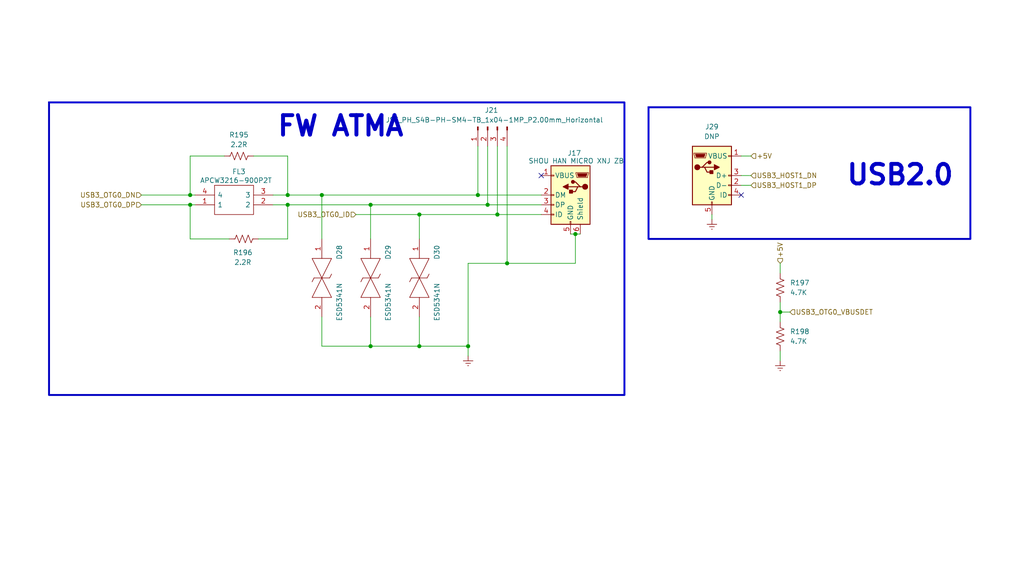
<source format=kicad_sch>
(kicad_sch (version 20231120) (generator "eeschema") (generator_version "8.0")
  (paper "User" 266.7 152.4)
  (lib_symbols
    (symbol "Connector:Conn_01x04_Pin" (pin_names (offset 1.016) hide)
      (property "Reference" "J" (at 0 5.08 0))
      (property "Value" "Conn_01x04_Pin" (at 0 -7.62 0))
      (symbol "Conn_01x04_Pin_1_1"
        (polyline (pts (xy 1.27 -5.08) (xy 0.8636 -5.08)) (stroke (width 0.1524)))
        (polyline (pts (xy 1.27 -2.54) (xy 0.8636 -2.54)) (stroke (width 0.1524)))
        (polyline (pts (xy 1.27 0) (xy 0.8636 0)) (stroke (width 0.1524)))
        (polyline (pts (xy 1.27 2.54) (xy 0.8636 2.54)) (stroke (width 0.1524)))
        (rectangle (start 0.8636 -4.953) (end 0 -5.207) (stroke (width 0.1524)) (fill (type outline)))
        (rectangle (start 0.8636 -2.413) (end 0 -2.667) (stroke (width 0.1524)) (fill (type outline)))
        (rectangle (start 0.8636 0.127) (end 0 -0.127) (stroke (width 0.1524)) (fill (type outline)))
        (rectangle (start 0.8636 2.667) (end 0 2.413) (stroke (width 0.1524)) (fill (type outline)))
        (pin passive line (at 5.08 2.54 180) (length 3.81) (name "Pin_1") (number "1"))
        (pin passive line (at 5.08 0 180) (length 3.81) (name "Pin_2") (number "2"))
        (pin passive line (at 5.08 -2.54 180) (length 3.81) (name "Pin_3") (number "3"))
        (pin passive line (at 5.08 -5.08 180) (length 3.81) (name "Pin_4") (number "4"))
      )
    )
    (symbol "Connector:USB_B_Mini" (pin_names (offset 1.016))
      (property "Reference" "J29" (at 0 12.7 0))
      (property "Value" "USB_B_Mini" (at 0 10.16 0))
      (symbol "USB_B_Mini_0_1"
        (rectangle (start -5.08 -7.62) (end 5.08 7.62) (stroke (width 0.254)) (fill (type background)))
        (circle (center -3.81 2.159) (radius 0.635) (stroke (width 0.254)) (fill (type outline)))
        (circle (center -0.635 3.429) (radius 0.381) (stroke (width 0.254)) (fill (type outline)))
        (rectangle (start -0.127 -7.62) (end 0.127 -6.858))
        (polyline (pts (xy -1.905 2.159) (xy 0.635 2.159)) (stroke (width 0.254)))
        (polyline (pts (xy -3.175 2.159) (xy -2.54 2.159) (xy -1.27 3.429) (xy -0.635 3.429)) (stroke (width 0.254)))
        (polyline (pts (xy -2.54 2.159) (xy -1.905 2.159) (xy -1.27 0.889) (xy 0 0.889)) (stroke (width 0.254)))
        (polyline (pts (xy 0.635 2.794) (xy 0.635 1.524) (xy 1.905 2.159) (xy 0.635 2.794)) (stroke (width 0.254)) (fill (type outline)))
        (polyline (pts (xy -4.318 5.588) (xy -1.778 5.588) (xy -2.032 4.826) (xy -4.064 4.826) (xy -4.318 5.588)) (fill (type outline)))
        (polyline (pts (xy -4.699 5.842) (xy -4.699 5.588) (xy -4.445 4.826) (xy -4.445 4.572) (xy -1.651 4.572) (xy -1.651 4.826) (xy -1.397 5.588) (xy -1.397 5.842) (xy -4.699 5.842)))
        (rectangle (start 0.254 1.27) (end -0.508 0.508) (stroke (width 0.254)) (fill (type outline)))
        (rectangle (start 5.08 -5.207) (end 4.318 -4.953))
        (rectangle (start 5.08 -2.667) (end 4.318 -2.413))
        (rectangle (start 5.08 -0.127) (end 4.318 0.127))
        (rectangle (start 5.08 4.953) (end 4.318 5.207))
      )
      (symbol "USB_B_Mini_1_1"
        (pin power_out line (at 7.62 5.08 180) (length 2.54) (name "VBUS") (number "1"))
        (pin bidirectional line (at 7.62 -2.54 180) (length 2.54) (name "D-") (number "2"))
        (pin bidirectional line (at 7.62 0 180) (length 2.54) (name "D+") (number "3"))
        (pin passive line (at 7.62 -5.08 180) (length 2.54) (name "ID") (number "4"))
        (pin power_out line (at 0 -10.16 90) (length 2.54) (name "GND") (number "5"))
      )
    )
    (symbol "Connector:USB_OTG" (pin_names (offset 1.016))
      (property "Reference" "J14" (at -2.794 10.922 0))
      (property "Value" "SHOU HAN MICRO XNJ ZB" (at -13.97 8.89 0))
      (symbol "USB_OTG_0_1"
        (rectangle (start -5.08 7.62) (end 5.08 -7.62) (stroke (width 0.254)) (fill (type background)))
        (circle (center -3.81 2.159) (radius 0.635) (stroke (width 0.254)) (fill (type outline)))
        (circle (center -0.635 3.429) (radius 0.381) (stroke (width 0.254)) (fill (type outline)))
        (rectangle (start -0.127 -7.62) (end 0.127 -6.858))
        (polyline (pts (xy -1.905 2.159) (xy 0.635 2.159)) (stroke (width 0.254)))
        (polyline (pts (xy -3.175 2.159) (xy -2.54 2.159) (xy -1.27 3.429) (xy -0.635 3.429)) (stroke (width 0.254)))
        (polyline (pts (xy -2.54 2.159) (xy -1.905 2.159) (xy -1.27 0.889) (xy 0 0.889)) (stroke (width 0.254)))
        (polyline (pts (xy 0.635 2.794) (xy 0.635 1.524) (xy 1.905 2.159) (xy 0.635 2.794)) (stroke (width 0.254)) (fill (type outline)))
        (polyline (pts (xy -4.318 5.588) (xy -1.778 5.588) (xy -2.032 4.826) (xy -4.064 4.826) (xy -4.318 5.588)) (fill (type outline)))
        (polyline (pts (xy -4.699 5.842) (xy -4.699 5.588) (xy -4.445 4.826) (xy -4.445 4.572) (xy -1.651 4.572) (xy -1.651 4.826) (xy -1.397 5.588) (xy -1.397 5.842) (xy -4.699 5.842)))
        (rectangle (start 0.254 1.27) (end -0.508 0.508) (stroke (width 0.254)) (fill (type outline)))
        (rectangle (start 5.08 -5.207) (end 4.318 -4.953))
        (rectangle (start 5.08 -2.667) (end 4.318 -2.413))
        (rectangle (start 5.08 -0.127) (end 4.318 0.127))
        (rectangle (start 5.08 4.953) (end 4.318 5.207))
      )
      (symbol "USB_OTG_1_1"
        (pin passive line (at 7.62 5.08 180) (length 2.54) (name "VBUS") (number "1"))
        (pin bidirectional line (at 7.62 0 180) (length 2.54) (name "DM") (number "2"))
        (pin bidirectional line (at 7.62 -2.54 180) (length 2.54) (name "DP") (number "3"))
        (pin passive line (at 7.62 -5.08 180) (length 2.54) (name "ID") (number "4"))
        (pin passive line (at 0 -10.16 90) (length 2.54) (name "GND") (number "5"))
        (pin passive line (at -2.54 -10.16 90) (length 2.54) (name "Shield") (number "6"))
      )
    )
    (symbol "DLW31SN900SQ2L:DLW31SN900SQ2L" (pin_names (offset 0.762))
      (property "Reference" "FL" (at 16.51 7.62 0))
      (property "Value" "DLW31SN900SQ2L" (at 16.51 5.08 0))
      (symbol "DLW31SN900SQ2L_0_0"
        (pin passive line (at 0 -2.54 0) (length 5.08) (name "1") (number "1"))
        (pin passive line (at 20.32 -2.54 180) (length 5.08) (name "2") (number "2"))
        (pin passive line (at 20.32 0 180) (length 5.08) (name "3") (number "3"))
        (pin passive line (at 0 0 0) (length 5.08) (name "4") (number "4"))
      )
      (symbol "DLW31SN900SQ2L_0_1"
        (polyline (pts (xy 5.08 2.54) (xy 15.24 2.54) (xy 15.24 -5.08) (xy 5.08 -5.08) (xy 5.08 2.54)) (stroke (width 0.1524)))
      )
    )
    (symbol "Device:R_US" (pin_numbers hide) (pin_names (offset 0))
      (property "Reference" "R" (at 2.54 0 90))
      (property "Value" "R_US" (at -2.54 0 90))
      (symbol "R_US_0_1"
        (polyline (pts (xy 0 -2.286) (xy 0 -2.54)))
        (polyline (pts (xy 0 2.286) (xy 0 2.54)))
        (polyline (pts (xy 0 -0.762) (xy 1.016 -1.143) (xy 0 -1.524) (xy -1.016 -1.905) (xy 0 -2.286)))
        (polyline (pts (xy 0 0.762) (xy 1.016 0.381) (xy 0 0) (xy -1.016 -0.381) (xy 0 -0.762)))
        (polyline (pts (xy 0 2.286) (xy 1.016 1.905) (xy 0 1.524) (xy -1.016 1.143) (xy 0 0.762)))
      )
      (symbol "R_US_1_1"
        (pin passive line (at 0 3.81 270) (length 1.27) (name "~") (number "1"))
        (pin passive line (at 0 -3.81 90) (length 1.27) (name "~") (number "2"))
      )
    )
    (symbol "SP0402B-ULC-01ETG:SP0402B-ULC-01ETG" (pin_names (offset 0.762))
      (property "Reference" "D" (at 12.7 8.89 0))
      (property "Value" "SP0402B-ULC-01ETG" (at 12.7 6.35 0))
      (symbol "SP0402B-ULC-01ETG_0_0"
        (pin passive line (at 0 0 0) (length 5.08) (name "~") (number "1"))
        (pin passive line (at 20.32 0 180) (length 5.08) (name "~") (number "2"))
      )
      (symbol "SP0402B-ULC-01ETG_0_1"
        (polyline (pts (xy 9.144 2.54) (xy 10.16 2.032)) (stroke (width 0.1524)))
        (polyline (pts (xy 10.16 -2.032) (xy 10.16 2.032)) (stroke (width 0.1524)))
        (polyline (pts (xy 10.16 -2.032) (xy 11.176 -2.54)) (stroke (width 0.1524)))
        (polyline (pts (xy 10.16 0) (xy 5.08 -2.54) (xy 5.08 2.54) (xy 10.16 0)) (stroke (width 0.1524)))
        (polyline (pts (xy 10.16 0) (xy 15.24 -2.54) (xy 15.24 2.54) (xy 10.16 0)) (stroke (width 0.1524)))
      )
    )
    (symbol "power:Earth" (power) (pin_names (offset 0))
      (symbol "Earth_0_1"
        (polyline (pts (xy -0.635 -1.905) (xy 0.635 -1.905)))
        (polyline (pts (xy -0.127 -2.54) (xy 0.127 -2.54)))
        (polyline (pts (xy 0 -1.27) (xy 0 0)))
        (polyline (pts (xy 1.27 -1.27) (xy -1.27 -1.27)))
      )
      (symbol "Earth_1_1"
        (pin power_in line (at 0 0 270) (length 0) hide (name "Earth") (number "1"))
      )
    )
  )
  (junction (at 203.2 81.28))
  (junction (at 74.93 53.34))
  (junction (at 74.93 50.8))
  (junction (at 127 53.34))
  (junction (at 109.2143 90.17))
  (junction (at 149.86 60.96))
  (junction (at 49.53 50.8))
  (junction (at 49.53 53.34))
  (junction (at 83.82 50.8))
  (junction (at 96.52 53.34))
  (junction (at 96.52 90.17))
  (junction (at 121.92 90.17))
  (junction (at 129.54 55.88))
  (junction (at 124.46 50.8))
  (junction (at 132.08 68.58))
  (junction (at 109.22 55.88))
  (no_connect (at 193.04 50.8))
  (no_connect (at 140.97 45.72))
  (wire (pts (xy 124.46 50.8) (xy 140.97 50.8)))
  (wire (pts (xy 96.52 53.34) (xy 96.52 62.23)))
  (wire (pts (xy 96.52 90.17) (xy 109.2143 90.17)))
  (wire (pts (xy 74.93 62.23) (xy 67.31 62.23)))
  (wire (pts (xy 185.42 55.88) (xy 185.42 57.15)))
  (wire (pts (xy 49.53 40.64) (xy 49.53 50.8)))
  (wire (pts (xy 83.82 50.8) (xy 124.46 50.8)))
  (wire (pts (xy 195.58 48.26) (xy 193.04 48.26)))
  (wire (pts (xy 50.8 50.8) (xy 49.53 50.8)))
  (wire (pts (xy 50.8 53.34) (xy 49.53 53.34)))
  (wire (pts (xy 203.2 78.74) (xy 203.2 81.28)))
  (wire (pts (xy 109.22 55.88) (xy 129.54 55.88)))
  (wire (pts (xy 83.82 90.17) (xy 96.52 90.17)))
  (wire (pts (xy 36.83 53.34) (xy 49.53 53.34)))
  (wire (pts (xy 109.2143 90.17) (xy 109.2143 82.55)))
  (wire (pts (xy 127 53.34) (xy 140.97 53.34)))
  (wire (pts (xy 83.82 90.17) (xy 83.82 82.55)))
  (wire (pts (xy 148.59 60.96) (xy 149.86 60.96)))
  (wire (pts (xy 195.58 40.64) (xy 193.04 40.64)))
  (wire (pts (xy 83.82 50.8) (xy 83.82 62.23)))
  (wire (pts (xy 59.69 62.23) (xy 49.53 62.23)))
  (wire (pts (xy 149.86 60.96) (xy 151.13 60.96)))
  (wire (pts (xy 149.86 60.96) (xy 149.86 68.58)))
  (wire (pts (xy 132.08 38.1) (xy 132.08 68.58)))
  (wire (pts (xy 124.46 38.1) (xy 124.46 50.8)))
  (wire (pts (xy 74.93 53.34) (xy 74.93 62.23)))
  (wire (pts (xy 127 38.1) (xy 127 53.34)))
  (wire (pts (xy 58.42 40.64) (xy 49.53 40.64)))
  (wire (pts (xy 203.2 91.44) (xy 203.2 93.98)))
  (wire (pts (xy 121.92 68.58) (xy 132.08 68.58)))
  (wire (pts (xy 109.2143 82.55) (xy 109.22 82.55)))
  (wire (pts (xy 74.93 53.34) (xy 96.52 53.34)))
  (wire (pts (xy 71.12 50.8) (xy 74.93 50.8)))
  (wire (pts (xy 74.93 50.8) (xy 83.82 50.8)))
  (wire (pts (xy 49.53 53.34) (xy 49.53 62.23)))
  (wire (pts (xy 121.92 90.17) (xy 121.92 92.71)))
  (wire (pts (xy 109.22 55.88) (xy 109.22 62.23)))
  (wire (pts (xy 66.04 40.64) (xy 74.93 40.64)))
  (wire (pts (xy 109.2143 90.17) (xy 121.92 90.17)))
  (wire (pts (xy 203.2 81.28) (xy 203.2 83.82)))
  (wire (pts (xy 121.92 68.58) (xy 121.92 90.17)))
  (wire (pts (xy 96.52 90.17) (xy 96.52 82.55)))
  (wire (pts (xy 205.74 81.28) (xy 203.2 81.28)))
  (wire (pts (xy 92.71 55.88) (xy 109.22 55.88)))
  (wire (pts (xy 71.12 53.34) (xy 74.93 53.34)))
  (wire (pts (xy 74.93 40.64) (xy 74.93 50.8)))
  (wire (pts (xy 129.54 38.1) (xy 129.54 55.88)))
  (wire (pts (xy 96.52 53.34) (xy 127 53.34)))
  (wire (pts (xy 132.08 68.58) (xy 149.86 68.58)))
  (wire (pts (xy 36.83 50.8) (xy 49.53 50.8)))
  (wire (pts (xy 129.54 55.88) (xy 140.97 55.88)))
  (wire (pts (xy 203.2 68.58) (xy 203.2 71.12)))
  (wire (pts (xy 195.58 45.72) (xy 193.04 45.72)))
  (rectangle (start 168.91 27.94) (end 252.73 62.23) (stroke (width 0.5)))
  (rectangle (start 12.77 26.671) (end 162.63 102.871) (stroke (width 0.5)))
  (text "FW ATMA" (at 88.716 33.021 0) (effects (font (size 5.08 5.08) (bold yes))))
  (text "USB2.0" (at 234.442 45.72 0) (effects (font (size 5.08 5.08) (bold yes))))
  (hierarchical_label "USB3_HOST1_DP" (shape input) (at 195.58 48.26 0))
  (hierarchical_label "USB3_HOST1_DN" (shape input) (at 195.58 45.72 0))
  (hierarchical_label "+5V" (shape input) (at 203.2 68.58 90))
  (hierarchical_label "USB3_OTG0_ID" (shape input) (at 92.71 55.88 180))
  (hierarchical_label "USB3_OTG0_DP" (shape input) (at 36.83 53.34 180))
  (hierarchical_label "USB3_OTG0_VBUSDET" (shape input) (at 205.74 81.28 0))
  (hierarchical_label "+5V" (shape input) (at 195.58 40.64 0))
  (hierarchical_label "USB3_OTG0_DN" (shape input) (at 36.83 50.8 180))
  (symbol (lib_id "SP0402B-ULC-01ETG:SP0402B-ULC-01ETG") (at 96.52 62.23 270) (unit 1)
    (property "Reference" "D29" (at 101.092 63.754 0) (effects (justify left)))
    (property "Value" "ESD5341N" (at 101.092 73.66 0) (effects (justify left)))
    (property "Footprint" "Footprint Library:ESD5341N" (effects (hide yes)))
    (property "Datasheet" "https://www.mouser.com/datasheet/2/240/Littelfuse_TVS_Diode_Array_Ultra_Low_Capacitance_D-1021420.pdf" (effects (hide yes)))
    (property "Description" "ESD Suppressors / TVS Diodes 5V .13pF 20kV" (effects (hide yes)))
    (property "Manufacturer_Name" "LITTELFUSE" (effects (hide yes)))
    (property "Manufacturer_Part_Number" "SP0402B-ULC-01ETG" (effects (hide yes)))
    (property "Mouser Part Number" "576-SP0402BULC-01ETG" (effects (hide yes)))
    (property "Mouser Price/Stock" "https://www.mouser.co.uk/ProductDetail/Littelfuse/SP0402B-ULC-01ETG?qs=lM4gFlnEeENx4cnTNlk34g%3D%3D" (effects (hide yes)))
    (property "Arrow Part Number" "SP0402B-ULC-01ETG" (effects (hide yes)))
    (property "Arrow Price/Stock" "https://www.arrow.com/en/products/sp0402b-ulc-01etg/littelfuse?region=nac" (effects (hide yes)))
    (property "MPN" "ESD5341N" (effects (hide yes)))
  )
  (symbol (lib_id "power:Earth") (at 121.92 92.71 0) (unit 1)
    (property "Reference" "#PWR0211" (effects (hide yes)))
    (property "Value" "Earth" (effects (hide yes)))
    (property "Description" "Power symbol creates a global label with name \"Earth\"" (effects (hide yes)))
  )
  (symbol (lib_id "Connector:USB_B_Mini") (at 185.42 45.72 0) (unit 1)
    (property "Reference" "J29" (at 185.42 33.02 0))
    (property "Value" "DNP" (at 185.42 35.56 0))
    (property "Footprint" "Connector_USB:USB_A_Molex_67643_Horizontal" (effects (hide yes)))
    (property "Description" "HC-USB2.0-L195-J" (effects (hide yes)))
  )
  (symbol (lib_id "SP0402B-ULC-01ETG:SP0402B-ULC-01ETG") (at 109.22 62.23 270) (unit 1)
    (property "Reference" "D30" (at 113.792 63.754 0) (effects (justify left)))
    (property "Value" "ESD5341N" (at 113.792 73.66 0) (effects (justify left)))
    (property "Footprint" "Footprint Library:ESD5341N" (effects (hide yes)))
    (property "Datasheet" "https://www.mouser.com/datasheet/2/240/Littelfuse_TVS_Diode_Array_Ultra_Low_Capacitance_D-1021420.pdf" (effects (hide yes)))
    (property "Description" "ESD Suppressors / TVS Diodes 5V .13pF 20kV" (effects (hide yes)))
    (property "Manufacturer_Name" "LITTELFUSE" (effects (hide yes)))
    (property "Manufacturer_Part_Number" "SP0402B-ULC-01ETG" (effects (hide yes)))
    (property "Mouser Part Number" "576-SP0402BULC-01ETG" (effects (hide yes)))
    (property "Mouser Price/Stock" "https://www.mouser.co.uk/ProductDetail/Littelfuse/SP0402B-ULC-01ETG?qs=lM4gFlnEeENx4cnTNlk34g%3D%3D" (effects (hide yes)))
    (property "Arrow Part Number" "SP0402B-ULC-01ETG" (effects (hide yes)))
    (property "Arrow Price/Stock" "https://www.arrow.com/en/products/sp0402b-ulc-01etg/littelfuse?region=nac" (effects (hide yes)))
    (property "MPN" "ESD5341N" (effects (hide yes)))
  )
  (symbol (lib_id "Device:R_US") (at 63.5 62.23 90) (unit 1)
    (property "Reference" "R196" (at 63.246 65.786 90))
    (property "Value" "2.2R" (at 63.246 68.326 90))
    (property "Footprint" "Resistor_SMD:R_0402_1005Metric" (effects (hide yes)))
    (property "Description" "Resistor, US symbol" (effects (hide yes)))
    (property "MPN" "0402WGF220KTCE" (effects (hide yes)))
  )
  (symbol (lib_id "Device:R_US") (at 203.2 87.63 0) (unit 1)
    (property "Reference" "R198" (at 205.74 86.3599 0) (effects (justify left)))
    (property "Value" "4.7K" (at 205.74 88.8999 0) (effects (justify left)))
    (property "Footprint" "Resistor_SMD:R_0603_1608Metric" (effects (hide yes)))
    (property "Description" "Resistor, US symbol" (effects (hide yes)))
    (property "MPN" "0603WAF4701T5E" (effects (hide yes)))
  )
  (symbol (lib_id "DLW31SN900SQ2L:DLW31SN900SQ2L") (at 50.8 50.8 0) (unit 1)
    (property "Reference" "FL3" (at 62.23 44.704 0))
    (property "Value" "APCW3216-900P2T" (at 61.468 46.99 0))
    (property "Footprint" "DLW31SN900SQ2L:DLW31SH222SQ2L" (effects (hide yes)))
    (property "Datasheet" "https://www.murata.com/en-us/products/productdetail?partno=DLW31SN900SQ2%23" (effects (hide yes)))
    (property "Description" "Common mode choke SMD 1206 370mA 90R Murata DLW31S Series Wire-wound SMD Inductor +/-25% Wire-Wound 370mA Idc" (effects (hide yes)))
    (property "Height" "2.1" (effects (hide yes)))
    (property "Manufacturer_Name" "Murata Electronics" (effects (hide yes)))
    (property "Manufacturer_Part_Number" "DLW31SN900SQ2L" (effects (hide yes)))
    (property "Mouser Part Number" "81-DLW31SN900SQ2L" (effects (hide yes)))
    (property "Mouser Price/Stock" "https://www.mouser.co.uk/ProductDetail/Murata-Electronics/DLW31SN900SQ2L?qs=MvDi5e8ZjmVQKH%2F%2FPPGwmg%3D%3D" (effects (hide yes)))
    (property "Arrow Part Number" "DLW31SN900SQ2L" (effects (hide yes)))
    (property "Arrow Price/Stock" "https://www.arrow.com/en/products/dlw31sn900sq2l/murata-manufacturing?region=nac" (effects (hide yes)))
    (property "MPN" "APCW3216-900P2T" (effects (hide yes)))
  )
  (symbol (lib_id "power:Earth") (at 185.42 57.15 0) (unit 1)
    (property "Reference" "#PWR0208" (effects (hide yes)))
    (property "Value" "Earth" (effects (hide yes)))
    (property "Description" "Power symbol creates a global label with name \"Earth\"" (effects (hide yes)))
  )
  (symbol (lib_id "SP0402B-ULC-01ETG:SP0402B-ULC-01ETG") (at 83.82 62.23 270) (unit 1)
    (property "Reference" "D28" (at 88.392 63.754 0) (effects (justify left)))
    (property "Value" "ESD5341N" (at 88.392 73.66 0) (effects (justify left)))
    (property "Footprint" "Footprint Library:ESD5341N" (effects (hide yes)))
    (property "Datasheet" "https://www.mouser.com/datasheet/2/240/Littelfuse_TVS_Diode_Array_Ultra_Low_Capacitance_D-1021420.pdf" (effects (hide yes)))
    (property "Description" "ESD Suppressors / TVS Diodes 5V .13pF 20kV" (effects (hide yes)))
    (property "Manufacturer_Name" "LITTELFUSE" (effects (hide yes)))
    (property "Manufacturer_Part_Number" "SP0402B-ULC-01ETG" (effects (hide yes)))
    (property "Mouser Part Number" "576-SP0402BULC-01ETG" (effects (hide yes)))
    (property "Mouser Price/Stock" "https://www.mouser.co.uk/ProductDetail/Littelfuse/SP0402B-ULC-01ETG?qs=lM4gFlnEeENx4cnTNlk34g%3D%3D" (effects (hide yes)))
    (property "Arrow Part Number" "SP0402B-ULC-01ETG" (effects (hide yes)))
    (property "Arrow Price/Stock" "https://www.arrow.com/en/products/sp0402b-ulc-01etg/littelfuse?region=nac" (effects (hide yes)))
    (property "MPN" "ESD5341N" (effects (hide yes)))
  )
  (symbol (lib_id "power:Earth") (at 203.2 93.98 0) (unit 1)
    (property "Reference" "#PWR0210" (effects (hide yes)))
    (property "Value" "Earth" (effects (hide yes)))
    (property "Description" "Power symbol creates a global label with name \"Earth\"" (effects (hide yes)))
  )
  (symbol (lib_id "Connector:USB_OTG") (at 148.59 50.8 0) (mirror y) (unit 1)
    (property "Reference" "J17" (at 151.384 39.878 0) (effects (justify left)))
    (property "Value" "SHOU HAN MICRO XNJ ZB" (at 162.56 41.91 0) (effects (justify left)))
    (property "Footprint" "Footprint Library:Micro-B SMD" (effects (hide yes)))
    (property "Datasheet" " ~" (effects (hide yes)))
    (property "Description" "USB mini/micro connector" (effects (hide yes)))
    (property "MPN" "SHOU HAN MICRO XNJ ZB" (effects (hide yes)))
  )
  (symbol (lib_id "Device:R_US") (at 203.2 74.93 0) (unit 1)
    (property "Reference" "R197" (at 205.74 73.6599 0) (effects (justify left)))
    (property "Value" "4.7K" (at 205.74 76.1999 0) (effects (justify left)))
    (property "Footprint" "Resistor_SMD:R_0603_1608Metric" (effects (hide yes)))
    (property "Description" "Resistor, US symbol" (effects (hide yes)))
    (property "MPN" "0603WAF4701T5E" (effects (hide yes)))
  )
  (symbol (lib_id "Device:R_US") (at 62.23 40.64 90) (unit 1)
    (property "Reference" "R195" (at 62.23 35.1243 90))
    (property "Value" "2.2R" (at 62.23 37.6643 90))
    (property "Footprint" "Resistor_SMD:R_0402_1005Metric" (effects (hide yes)))
    (property "Description" "Resistor, US symbol" (effects (hide yes)))
    (property "MPN" "0402WGF220KTCE" (effects (hide yes)))
  )
  (symbol (lib_id "Connector:Conn_01x04_Pin") (at 127 33.02 90) (mirror x) (unit 1)
    (property "Reference" "J21" (at 128.016 28.702 90))
    (property "Value" "JST_PH_S4B-PH-SM4-TB_1x04-1MP_P2.00mm_Horizontal" (at 128.778 31.242 90))
    (property "Footprint" "Connector_JST:JST_PH_S4B-PH-SM4-TB_1x04-1MP_P2.00mm_Horizontal" (effects (hide yes)))
    (property "Description" "Generic connector, single row, 01x04, script generated" (effects (hide yes)))
  )
)
</source>
